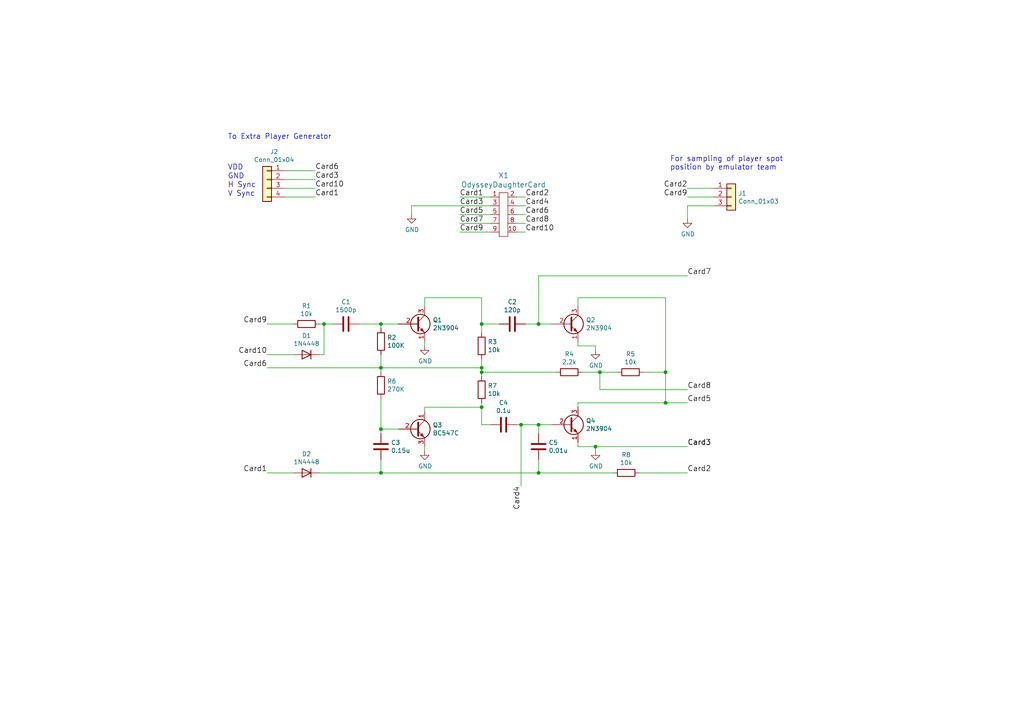
<source format=kicad_sch>
(kicad_sch (version 20211123) (generator eeschema)
  (paper "A4")
  (title_block (title "Odyssey Daughter Card Spot Generator") (date "2019-02-16") (rev "1.2") (company "University of Pittsburgh - Odyssey Restoration Project") (comment 1 "Levi Burner"))
  (lib_symbols
    (symbol "Connector_Generic:Conn_01x03" (pin_names (offset 1.016) hide)
      (property "Reference" "J" (at 0 5.08 0))
      (property "Value" "Conn_01x03" (at 0 -5.08 0))
      (symbol "Conn_01x03_1_1"
        (rectangle (start -1.27 -2.413) (end 0 -2.667) (stroke (width 0.1524)))
        (rectangle (start -1.27 0.127) (end 0 -0.127) (stroke (width 0.1524)))
        (rectangle (start -1.27 2.667) (end 0 2.413) (stroke (width 0.1524)))
        (rectangle (start -1.27 3.81) (end 1.27 -3.81) (stroke (width 0.254)) (fill (type background)))
        (pin passive line (at -5.08 2.54 0) (length 3.81) (name "Pin_1") (number "1"))
        (pin passive line (at -5.08 0 0) (length 3.81) (name "Pin_2") (number "2"))
        (pin passive line (at -5.08 -2.54 0) (length 3.81) (name "Pin_3") (number "3"))
      )
    )
    (symbol "Connector_Generic:Conn_01x04" (pin_names (offset 1.016) hide)
      (property "Reference" "J" (at 0 5.08 0))
      (property "Value" "Conn_01x04" (at 0 -7.62 0))
      (symbol "Conn_01x04_1_1"
        (rectangle (start -1.27 -4.953) (end 0 -5.207) (stroke (width 0.1524)))
        (rectangle (start -1.27 -2.413) (end 0 -2.667) (stroke (width 0.1524)))
        (rectangle (start -1.27 0.127) (end 0 -0.127) (stroke (width 0.1524)))
        (rectangle (start -1.27 2.667) (end 0 2.413) (stroke (width 0.1524)))
        (rectangle (start -1.27 3.81) (end 1.27 -6.35) (stroke (width 0.254)) (fill (type background)))
        (pin passive line (at -5.08 2.54 0) (length 3.81) (name "Pin_1") (number "1"))
        (pin passive line (at -5.08 0 0) (length 3.81) (name "Pin_2") (number "2"))
        (pin passive line (at -5.08 -2.54 0) (length 3.81) (name "Pin_3") (number "3"))
        (pin passive line (at -5.08 -5.08 0) (length 3.81) (name "Pin_4") (number "4"))
      )
    )
    (symbol "Device:C" (pin_numbers hide) (pin_names (offset 0.254))
      (property "Reference" "C" (at 0.635 2.54 0))
      (property "Value" "C" (at 0.635 -2.54 0))
      (symbol "C_0_1"
        (polyline (pts (xy -2.032 -0.762) (xy 2.032 -0.762)) (stroke (width 0.508)))
        (polyline (pts (xy -2.032 0.762) (xy 2.032 0.762)) (stroke (width 0.508)))
      )
      (symbol "C_1_1"
        (pin passive line (at 0 3.81 270) (length 2.794) (name "~") (number "1"))
        (pin passive line (at 0 -3.81 90) (length 2.794) (name "~") (number "2"))
      )
    )
    (symbol "Device:R" (pin_numbers hide) (pin_names (offset 0))
      (property "Reference" "R" (at 2.032 0 90))
      (property "Value" "R" (at 0 0 90))
      (symbol "R_0_1"
        (rectangle (start -1.016 -2.54) (end 1.016 2.54) (stroke (width 0.254)))
      )
      (symbol "R_1_1"
        (pin passive line (at 0 3.81 270) (length 1.27) (name "~") (number "1"))
        (pin passive line (at 0 -3.81 90) (length 1.27) (name "~") (number "2"))
      )
    )
    (symbol "Diode:1N4148" (pin_numbers hide) (pin_names (offset 1.016) hide)
      (property "Reference" "D" (at 0 2.54 0))
      (property "Value" "1N4148" (at 0 -2.54 0))
      (symbol "1N4148_0_1"
        (polyline (pts (xy -1.27 1.27) (xy -1.27 -1.27)) (stroke (width 0.254)))
        (polyline (pts (xy 1.27 0) (xy -1.27 0)))
        (polyline (pts (xy 1.27 1.27) (xy 1.27 -1.27) (xy -1.27 0) (xy 1.27 1.27)) (stroke (width 0.254)))
      )
      (symbol "1N4148_1_1"
        (pin passive line (at -3.81 0 0) (length 2.54) (name "K") (number "1"))
        (pin passive line (at 3.81 0 180) (length 2.54) (name "A") (number "2"))
      )
    )
    (symbol "Odyssey_Daughter_Card:OdysseyDaughterCard" (pin_names (offset 1.016))
      (property "Reference" "X" (at 0 -7.62 0))
      (property "Value" "Odyssey_Daughter_Card_OdysseyDaughterCard" (at 0 8.89 0))
      (symbol "OdysseyDaughterCard_0_1"
        (rectangle (start -1.27 6.35) (end 1.27 -6.35))
      )
      (symbol "OdysseyDaughterCard_1_1"
        (pin bidirectional line (at -3.81 5.08 0) (length 2.54) (name "~") (number "1"))
        (pin bidirectional line (at 3.81 -5.08 180) (length 2.54) (name "~") (number "10"))
        (pin bidirectional line (at 3.81 5.08 180) (length 2.54) (name "~") (number "2"))
        (pin bidirectional line (at -3.81 2.54 0) (length 2.54) (name "~") (number "3"))
        (pin bidirectional line (at 3.81 2.54 180) (length 2.54) (name "~") (number "4"))
        (pin bidirectional line (at -3.81 0 0) (length 2.54) (name "~") (number "5"))
        (pin bidirectional line (at 3.81 0 180) (length 2.54) (name "~") (number "6"))
        (pin bidirectional line (at -3.81 -2.54 0) (length 2.54) (name "~") (number "7"))
        (pin bidirectional line (at 3.81 -2.54 180) (length 2.54) (name "~") (number "8"))
        (pin bidirectional line (at -3.81 -5.08 0) (length 2.54) (name "~") (number "9"))
      )
    )
    (symbol "Transistor_BJT:2N3904" (pin_names (offset 0) hide)
      (property "Reference" "Q" (at 5.08 1.905 0))
      (property "Value" "2N3904" (at 5.08 0 0))
      (symbol "2N3904_0_1"
        (polyline (pts (xy 0.635 0.635) (xy 2.54 2.54)))
        (polyline (pts (xy 0.635 -0.635) (xy 2.54 -2.54) (xy 2.54 -2.54)))
        (polyline (pts (xy 0.635 1.905) (xy 0.635 -1.905) (xy 0.635 -1.905)) (stroke (width 0.508)))
        (polyline (pts (xy 1.27 -1.778) (xy 1.778 -1.27) (xy 2.286 -2.286) (xy 1.27 -1.778) (xy 1.27 -1.778)) (fill (type outline)))
        (circle (center 1.27 0) (radius 2.8194) (stroke (width 0.254)))
      )
      (symbol "2N3904_1_1"
        (pin passive line (at 2.54 -5.08 90) (length 2.54) (name "E") (number "1"))
        (pin passive line (at -5.08 0 0) (length 5.715) (name "B") (number "2"))
        (pin passive line (at 2.54 5.08 270) (length 2.54) (name "C") (number "3"))
      )
    )
    (symbol "Transistor_BJT:BC547" (pin_names (offset 0) hide)
      (property "Reference" "Q" (at 5.08 1.905 0))
      (property "Value" "BC547" (at 5.08 0 0))
      (symbol "BC547_0_1"
        (polyline (pts (xy 0 0) (xy 0.635 0)))
        (polyline (pts (xy 0.635 0.635) (xy 2.54 2.54)))
        (polyline (pts (xy 0.635 -0.635) (xy 2.54 -2.54) (xy 2.54 -2.54)))
        (polyline (pts (xy 0.635 1.905) (xy 0.635 -1.905) (xy 0.635 -1.905)) (stroke (width 0.508)))
        (polyline (pts (xy 1.27 -1.778) (xy 1.778 -1.27) (xy 2.286 -2.286) (xy 1.27 -1.778) (xy 1.27 -1.778)) (fill (type outline)))
        (circle (center 1.27 0) (radius 2.8194) (stroke (width 0.254)))
      )
      (symbol "BC547_1_1"
        (pin passive line (at 2.54 5.08 270) (length 2.54) (name "C") (number "1"))
        (pin input line (at -5.08 0 0) (length 5.08) (name "B") (number "2"))
        (pin passive line (at 2.54 -5.08 90) (length 2.54) (name "E") (number "3"))
      )
    )
    (symbol "power:GND" (power) (pin_names (offset 0))
      (property "Value" "GND" (at 0 -3.81 0))
      (symbol "GND_0_1"
        (polyline (pts (xy 0 0) (xy 0 -1.27) (xy 1.27 -1.27) (xy 0 -2.54) (xy -1.27 -1.27) (xy 0 -1.27)))
      )
      (symbol "GND_1_1"
        (pin power_in line (at 0 0 270) (length 0) hide (name "GND") (number "1"))
      )
    )
  )
  (junction (at 139.7 93.98))
  (junction (at 172.72 129.54))
  (junction (at 173.99 107.95))
  (junction (at 139.7 106.68))
  (junction (at 139.7 107.95))
  (junction (at 110.49 93.98))
  (junction (at 156.21 93.98))
  (junction (at 156.21 123.19))
  (junction (at 139.7 118.11))
  (junction (at 193.04 116.84))
  (junction (at 110.49 137.16))
  (junction (at 93.98 93.98))
  (junction (at 156.21 137.16))
  (junction (at 193.04 107.95))
  (junction (at 110.49 124.46))
  (junction (at 110.49 106.68))
  (junction (at 151.13 123.19))
  (wire (pts (xy 151.13 123.19) (xy 156.21 123.19)))
  (wire (pts (xy 173.99 107.95) (xy 179.07 107.95)))
  (wire (pts (xy 123.19 86.36) (xy 139.7 86.36)))
  (wire (pts (xy 110.49 137.16) (xy 110.49 133.35)))
  (wire (pts (xy 193.04 116.84) (xy 199.39 116.84)))
  (wire (pts (xy 92.71 93.98) (xy 93.98 93.98)))
  (wire (pts (xy 92.71 102.87) (xy 93.98 102.87)))
  (wire (pts (xy 123.19 119.38) (xy 123.19 118.11)))
  (wire (pts (xy 142.24 67.31) (xy 133.35 67.31)))
  (wire (pts (xy 85.09 93.98) (xy 77.47 93.98)))
  (wire (pts (xy 133.35 57.15) (xy 142.24 57.15)))
  (wire (pts (xy 110.49 93.98) (xy 115.57 93.98)))
  (wire (pts (xy 151.13 123.19) (xy 151.13 140.97)))
  (wire (pts (xy 142.24 64.77) (xy 133.35 64.77)))
  (wire (pts (xy 167.64 129.54) (xy 172.72 129.54)))
  (wire (pts (xy 82.55 57.15) (xy 91.44 57.15)))
  (wire (pts (xy 167.64 86.36) (xy 193.04 86.36)))
  (wire (pts (xy 110.49 115.57) (xy 110.49 124.46)))
  (wire (pts (xy 139.7 93.98) (xy 139.7 96.52)))
  (wire (pts (xy 139.7 107.95) (xy 139.7 106.68)))
  (wire (pts (xy 172.72 129.54) (xy 199.39 129.54)))
  (wire (pts (xy 167.64 88.9) (xy 167.64 86.36)))
  (wire (pts (xy 110.49 137.16) (xy 156.21 137.16)))
  (wire (pts (xy 77.47 106.68) (xy 110.49 106.68)))
  (wire (pts (xy 92.71 137.16) (xy 110.49 137.16)))
  (wire (pts (xy 149.86 57.15) (xy 152.4 57.15)))
  (wire (pts (xy 167.64 128.27) (xy 167.64 129.54)))
  (wire (pts (xy 149.86 123.19) (xy 151.13 123.19)))
  (wire (pts (xy 160.02 93.98) (xy 156.21 93.98)))
  (wire (pts (xy 123.19 129.54) (xy 123.19 130.81)))
  (wire (pts (xy 123.19 118.11) (xy 139.7 118.11)))
  (wire (pts (xy 119.38 59.69) (xy 119.38 62.23)))
  (wire (pts (xy 139.7 118.11) (xy 139.7 116.84)))
  (wire (pts (xy 149.86 59.69) (xy 152.4 59.69)))
  (wire (pts (xy 93.98 102.87) (xy 93.98 93.98)))
  (wire (pts (xy 93.98 93.98) (xy 96.52 93.98)))
  (wire (pts (xy 156.21 93.98) (xy 156.21 80.01)))
  (wire (pts (xy 139.7 106.68) (xy 139.7 104.14)))
  (wire (pts (xy 156.21 123.19) (xy 160.02 123.19)))
  (wire (pts (xy 85.09 137.16) (xy 77.47 137.16)))
  (wire (pts (xy 193.04 86.36) (xy 193.04 107.95)))
  (wire (pts (xy 142.24 123.19) (xy 139.7 123.19)))
  (wire (pts (xy 199.39 59.69) (xy 199.39 63.5)))
  (wire (pts (xy 110.49 124.46) (xy 115.57 124.46)))
  (wire (pts (xy 168.91 107.95) (xy 173.99 107.95)))
  (wire (pts (xy 167.64 118.11) (xy 167.64 116.84)))
  (wire (pts (xy 123.19 88.9) (xy 123.19 86.36)))
  (wire (pts (xy 104.14 93.98) (xy 110.49 93.98)))
  (wire (pts (xy 156.21 93.98) (xy 152.4 93.98)))
  (wire (pts (xy 85.09 102.87) (xy 77.47 102.87)))
  (wire (pts (xy 110.49 106.68) (xy 110.49 107.95)))
  (wire (pts (xy 207.01 59.69) (xy 199.39 59.69)))
  (wire (pts (xy 185.42 137.16) (xy 199.39 137.16)))
  (wire (pts (xy 110.49 124.46) (xy 110.49 125.73)))
  (wire (pts (xy 123.19 100.33) (xy 123.19 99.06)))
  (wire (pts (xy 207.01 57.15) (xy 199.39 57.15)))
  (wire (pts (xy 149.86 64.77) (xy 152.4 64.77)))
  (wire (pts (xy 172.72 129.54) (xy 172.72 130.81)))
  (wire (pts (xy 167.64 116.84) (xy 193.04 116.84)))
  (wire (pts (xy 207.01 54.61) (xy 199.39 54.61)))
  (wire (pts (xy 82.55 54.61) (xy 91.44 54.61)))
  (wire (pts (xy 139.7 109.22) (xy 139.7 107.95)))
  (wire (pts (xy 149.86 62.23) (xy 152.4 62.23)))
  (wire (pts (xy 177.8 137.16) (xy 156.21 137.16)))
  (wire (pts (xy 167.64 99.06) (xy 167.64 100.33)))
  (wire (pts (xy 172.72 100.33) (xy 172.72 101.6)))
  (wire (pts (xy 82.55 52.07) (xy 91.44 52.07)))
  (wire (pts (xy 110.49 106.68) (xy 139.7 106.68)))
  (wire (pts (xy 167.64 100.33) (xy 172.72 100.33)))
  (wire (pts (xy 156.21 125.73) (xy 156.21 123.19)))
  (wire (pts (xy 156.21 137.16) (xy 156.21 133.35)))
  (wire (pts (xy 119.38 59.69) (xy 142.24 59.69)))
  (wire (pts (xy 193.04 107.95) (xy 186.69 107.95)))
  (wire (pts (xy 144.78 93.98) (xy 139.7 93.98)))
  (wire (pts (xy 156.21 80.01) (xy 199.39 80.01)))
  (wire (pts (xy 139.7 123.19) (xy 139.7 118.11)))
  (wire (pts (xy 110.49 95.25) (xy 110.49 93.98)))
  (wire (pts (xy 82.55 49.53) (xy 91.44 49.53)))
  (wire (pts (xy 173.99 107.95) (xy 173.99 113.03)))
  (wire (pts (xy 110.49 102.87) (xy 110.49 106.68)))
  (wire (pts (xy 139.7 86.36) (xy 139.7 93.98)))
  (wire (pts (xy 149.86 67.31) (xy 152.4 67.31)))
  (wire (pts (xy 193.04 116.84) (xy 193.04 107.95)))
  (wire (pts (xy 142.24 62.23) (xy 133.35 62.23)))
  (wire (pts (xy 173.99 113.03) (xy 199.39 113.03)))
  (wire (pts (xy 161.29 107.95) (xy 139.7 107.95)))
  (text "VDD" (at 66.04 49.53 0) (effects (font (size 1.524 1.524)) (justify left bottom)))
  (text "For sampling of player spot\nposition by emulator team" (at 194.31 49.53 0) (effects (font (size 1.524 1.524)) (justify left bottom)))
  (text "H Sync" (at 66.04 54.61 0) (effects (font (size 1.524 1.524)) (justify left bottom)))
  (text "GND" (at 66.04 52.07 0) (effects (font (size 1.524 1.524)) (justify left bottom)))
  (text "To Extra Player Generator" (at 66.04 40.64 0) (effects (font (size 1.524 1.524)) (justify left bottom)))
  (text "V Sync" (at 66.04 57.15 0) (effects (font (size 1.524 1.524)) (justify left bottom)))
  (label "Card3" (at 199.39 129.54 0) (effects (font (size 1.524 1.524))))
  (label "Card6" (at 91.44 49.53 0) (effects (font (size 1.524 1.524))))
  (label "Card9" (at 133.35 67.31 0) (effects (font (size 1.524 1.524))))
  (label "Card3" (at 91.44 52.07 0) (effects (font (size 1.524 1.524))))
  (label "Card6" (at 77.47 106.68 180) (effects (font (size 1.524 1.524))))
  (label "Card10" (at 152.4 67.31 0) (effects (font (size 1.524 1.524))))
  (label "Card9" (at 199.39 57.15 180) (effects (font (size 1.524 1.524))))
  (label "Card4" (at 151.13 140.97 270) (effects (font (size 1.524 1.524))))
  (label "Card5" (at 199.39 116.84 0) (effects (font (size 1.524 1.524))))
  (label "Card2" (at 199.39 137.16 0) (effects (font (size 1.524 1.524))))
  (label "Card10" (at 77.47 102.87 180) (effects (font (size 1.524 1.524))))
  (label "Card1" (at 77.47 137.16 180) (effects (font (size 1.524 1.524))))
  (label "Card9" (at 77.47 93.98 180) (effects (font (size 1.524 1.524))))
  (label "Card10" (at 91.44 54.61 0) (effects (font (size 1.524 1.524))))
  (label "Card3" (at 133.35 59.69 0) (effects (font (size 1.524 1.524))))
  (label "Card3" (at 199.39 129.54 0) (effects (font (size 1.524 1.524))))
  (label "Card5" (at 133.35 62.23 0) (effects (font (size 1.524 1.524))))
  (label "Card2" (at 199.39 54.61 180) (effects (font (size 1.524 1.524))))
  (label "Card1" (at 91.44 57.15 0) (effects (font (size 1.524 1.524))))
  (label "Card6" (at 152.4 62.23 0) (effects (font (size 1.524 1.524))))
  (label "Card8" (at 199.39 113.03 0) (effects (font (size 1.524 1.524))))
  (label "Card7" (at 133.35 64.77 0) (effects (font (size 1.524 1.524))))
  (label "Card8" (at 152.4 64.77 0) (effects (font (size 1.524 1.524))))
  (label "Card4" (at 152.4 59.69 0) (effects (font (size 1.524 1.524))))
  (label "Card7" (at 199.39 80.01 0) (effects (font (size 1.524 1.524))))
  (label "Card2" (at 152.4 57.15 0) (effects (font (size 1.524 1.524))))
  (label "Card1" (at 133.35 57.15 0) (effects (font (size 1.524 1.524))))
  (symbol (lib_id "Odyssey_Daughter_Card:OdysseyDaughterCard") (at 146.05 62.23 0) (unit 1)
    (property "Reference" "X1" (at 146.05 50.8762 0) (effects (font (size 1.524 1.524))))
    (property "Value" "OdysseyDaughterCard" (at 146.05 53.5686 0) (effects (font (size 1.524 1.524))))
    (property "Footprint" "Odyssey_Daughter_Card:Odyssey_Daughter_Card" (effects hide))
  )
  (symbol (lib_id "Device:R") (at 88.9 93.98 270) (unit 1)
    (property "Reference" "R1" (at 88.9 88.7222 90))
    (property "Value" "10k" (at 88.9 91.0336 90))
    (property "Footprint" "Resistor_THT:R_Axial_DIN0207_L6.3mm_D2.5mm_P7.62mm_Horizontal" (effects hide))
  )
  (symbol (lib_id "Diode:1N4148") (at 88.9 102.87 180) (unit 1)
    (property "Reference" "D1" (at 88.9 97.3836 0))
    (property "Value" "1N4448" (at 88.9 99.695 0))
    (property "Footprint" "Diode_THT:D_DO-35_SOD27_P7.62mm_Horizontal" (effects hide))
    (property "Datasheet" "http://www.nxp.com/documents/data_sheet/1N4148_1N4448.pdf" (effects hide))
  )
  (symbol (lib_id "Diode:1N4148") (at 88.9 137.16 180) (unit 1)
    (property "Reference" "D2" (at 88.9 131.6736 0))
    (property "Value" "1N4448" (at 88.9 133.985 0))
    (property "Footprint" "Diode_THT:D_DO-35_SOD27_P7.62mm_Horizontal" (effects hide))
    (property "Datasheet" "http://www.nxp.com/documents/data_sheet/1N4148_1N4448.pdf" (effects hide))
  )
  (symbol (lib_id "Device:R") (at 110.49 99.06 180) (unit 1)
    (property "Reference" "R2" (at 112.268 97.8916 0) (effects (justify right)))
    (property "Value" "100K" (at 112.268 100.203 0) (effects (justify right)))
    (property "Footprint" "Resistor_THT:R_Axial_DIN0207_L6.3mm_D2.5mm_P7.62mm_Horizontal" (effects hide))
  )
  (symbol (lib_id "Device:R") (at 110.49 111.76 180) (unit 1)
    (property "Reference" "R6" (at 112.268 110.5916 0) (effects (justify right)))
    (property "Value" "270K" (at 112.268 112.903 0) (effects (justify right)))
    (property "Footprint" "Resistor_THT:R_Axial_DIN0207_L6.3mm_D2.5mm_P7.62mm_Horizontal" (effects hide))
  )
  (symbol (lib_id "Device:C") (at 100.33 93.98 270) (unit 1)
    (property "Reference" "C1" (at 100.33 87.5792 90))
    (property "Value" "1500p" (at 100.33 89.8906 90))
    (property "Footprint" "Capacitor_THT:C_Rect_L4.0mm_W2.5mm_P2.50mm" (effects hide))
  )
  (symbol (lib_id "Device:C") (at 110.49 129.54 180) (unit 1)
    (property "Reference" "C3" (at 113.411 128.3716 0) (effects (justify right)))
    (property "Value" "0.15u" (at 113.411 130.683 0) (effects (justify right)))
    (property "Footprint" "Capacitor_THT:C_Rect_L4.6mm_W5.5mm_P2.50mm_MKS02_FKP02" (effects hide))
  )
  (symbol (lib_id "Transistor_BJT:2N3904") (at 120.65 93.98 0) (unit 1)
    (property "Reference" "Q1" (at 125.5014 92.8116 0) (effects (justify left)))
    (property "Value" "2N3904" (at 125.5014 95.123 0) (effects (justify left)))
    (property "Footprint" "Package_TO_SOT_THT:TO-92_Inline" (effects hide))
    (property "Datasheet" "https://www.fairchildsemi.com/datasheets/2N/2N3904.pdf" (effects hide))
  )
  (symbol (lib_id "Transistor_BJT:2N3904") (at 165.1 93.98 0) (unit 1)
    (property "Reference" "Q2" (at 169.9514 92.8116 0) (effects (justify left)))
    (property "Value" "2N3904" (at 169.9514 95.123 0) (effects (justify left)))
    (property "Footprint" "Package_TO_SOT_THT:TO-92_Inline" (effects hide))
    (property "Datasheet" "https://www.fairchildsemi.com/datasheets/2N/2N3904.pdf" (effects hide))
  )
  (symbol (lib_id "Transistor_BJT:2N3904") (at 165.1 123.19 0) (unit 1)
    (property "Reference" "Q4" (at 169.9514 122.0216 0) (effects (justify left)))
    (property "Value" "2N3904" (at 169.9514 124.333 0) (effects (justify left)))
    (property "Footprint" "Package_TO_SOT_THT:TO-92_Inline" (effects hide))
    (property "Datasheet" "https://www.fairchildsemi.com/datasheets/2N/2N3904.pdf" (effects hide))
  )
  (symbol (lib_id "Transistor_BJT:BC547") (at 120.65 124.46 0) (unit 1)
    (property "Reference" "Q3" (at 125.5014 123.2916 0) (effects (justify left)))
    (property "Value" "BC547C" (at 125.5014 125.603 0) (effects (justify left)))
    (property "Footprint" "Package_TO_SOT_THT:TO-92_Inline" (effects hide))
    (property "Datasheet" "http://www.fairchildsemi.com/ds/BC/BC547.pdf" (effects hide))
  )
  (symbol (lib_id "Device:R") (at 139.7 100.33 180) (unit 1)
    (property "Reference" "R3" (at 141.478 99.1616 0) (effects (justify right)))
    (property "Value" "10k" (at 141.478 101.473 0) (effects (justify right)))
    (property "Footprint" "Resistor_THT:R_Axial_DIN0207_L6.3mm_D2.5mm_P7.62mm_Horizontal" (effects hide))
  )
  (symbol (lib_id "Device:R") (at 139.7 113.03 180) (unit 1)
    (property "Reference" "R7" (at 141.478 111.8616 0) (effects (justify right)))
    (property "Value" "10k" (at 141.478 114.173 0) (effects (justify right)))
    (property "Footprint" "Resistor_THT:R_Axial_DIN0207_L6.3mm_D2.5mm_P7.62mm_Horizontal" (effects hide))
  )
  (symbol (lib_id "Device:C") (at 146.05 123.19 90) (unit 1)
    (property "Reference" "C4" (at 146.05 116.7892 90))
    (property "Value" "0.1u" (at 146.05 119.1006 90))
    (property "Footprint" "Capacitor_THT:C_Rect_L4.0mm_W2.5mm_P2.50mm" (effects hide))
  )
  (symbol (lib_id "Device:C") (at 156.21 129.54 0) (unit 1)
    (property "Reference" "C5" (at 159.131 128.3716 0) (effects (justify left)))
    (property "Value" "0.01u" (at 159.131 130.683 0) (effects (justify left)))
    (property "Footprint" "Capacitor_THT:C_Rect_L4.0mm_W2.5mm_P2.50mm" (effects hide))
  )
  (symbol (lib_id "Device:R") (at 181.61 137.16 90) (unit 1)
    (property "Reference" "R8" (at 181.61 131.9022 90))
    (property "Value" "10k" (at 181.61 134.2136 90))
    (property "Footprint" "Resistor_THT:R_Axial_DIN0207_L6.3mm_D2.5mm_P7.62mm_Horizontal" (effects hide))
  )
  (symbol (lib_id "Device:R") (at 165.1 107.95 90) (unit 1)
    (property "Reference" "R4" (at 165.1 102.6922 90))
    (property "Value" "2.2k" (at 165.1 105.0036 90))
    (property "Footprint" "Resistor_THT:R_Axial_DIN0207_L6.3mm_D2.5mm_P7.62mm_Horizontal" (effects hide))
  )
  (symbol (lib_id "Device:R") (at 182.88 107.95 90) (unit 1)
    (property "Reference" "R5" (at 182.88 102.6922 90))
    (property "Value" "10k" (at 182.88 105.0036 90))
    (property "Footprint" "Resistor_THT:R_Axial_DIN0207_L6.3mm_D2.5mm_P7.62mm_Horizontal" (effects hide))
  )
  (symbol (lib_id "Device:C") (at 148.59 93.98 270) (unit 1)
    (property "Reference" "C2" (at 148.59 87.5792 90))
    (property "Value" "120p" (at 148.59 89.8906 90))
    (property "Footprint" "Capacitor_THT:C_Rect_L4.0mm_W2.5mm_P2.50mm" (effects hide))
  )
  (symbol (lib_id "power:GND") (at 119.38 62.23 0) (unit 1)
    (property "Reference" "#PWR01" (effects hide))
    (property "Value" "GND" (at 119.507 66.6242 0))
  )
  (symbol (lib_id "power:GND") (at 123.19 100.33 0) (unit 1)
    (property "Reference" "#PWR02" (effects hide))
    (property "Value" "GND" (at 123.317 104.7242 0))
  )
  (symbol (lib_id "power:GND") (at 172.72 101.6 0) (unit 1)
    (property "Reference" "#PWR03" (effects hide))
    (property "Value" "GND" (at 172.847 105.9942 0))
  )
  (symbol (lib_id "power:GND") (at 123.19 130.81 0) (unit 1)
    (property "Reference" "#PWR04" (effects hide))
    (property "Value" "GND" (at 123.317 135.2042 0))
  )
  (symbol (lib_id "power:GND") (at 172.72 130.81 0) (unit 1)
    (property "Reference" "#PWR05" (effects hide))
    (property "Value" "GND" (at 172.847 135.2042 0))
  )
  (symbol (lib_id "Connector_Generic:Conn_01x03") (at 212.09 57.15 0) (unit 1)
    (property "Reference" "J1" (at 214.122 56.0832 0) (effects (justify left)))
    (property "Value" "Conn_01x03" (at 214.122 58.3946 0) (effects (justify left)))
    (property "Footprint" "Connector_PinHeader_2.54mm:PinHeader_1x03_P2.54mm_Vertical" (effects hide))
  )
  (symbol (lib_id "power:GND") (at 199.39 63.5 0) (unit 1)
    (property "Reference" "#PWR06" (effects hide))
    (property "Value" "GND" (at 199.517 67.8942 0))
  )
  (symbol (lib_id "Connector_Generic:Conn_01x04") (at 77.47 52.07 0) (mirror y) (unit 1)
    (property "Reference" "J2" (at 79.502 44.0182 0))
    (property "Value" "Conn_01x04" (at 79.502 46.3296 0))
    (property "Footprint" "Connector_PinHeader_2.54mm:PinHeader_1x04_P2.54mm_Vertical" (effects hide))
  )
)
</source>
